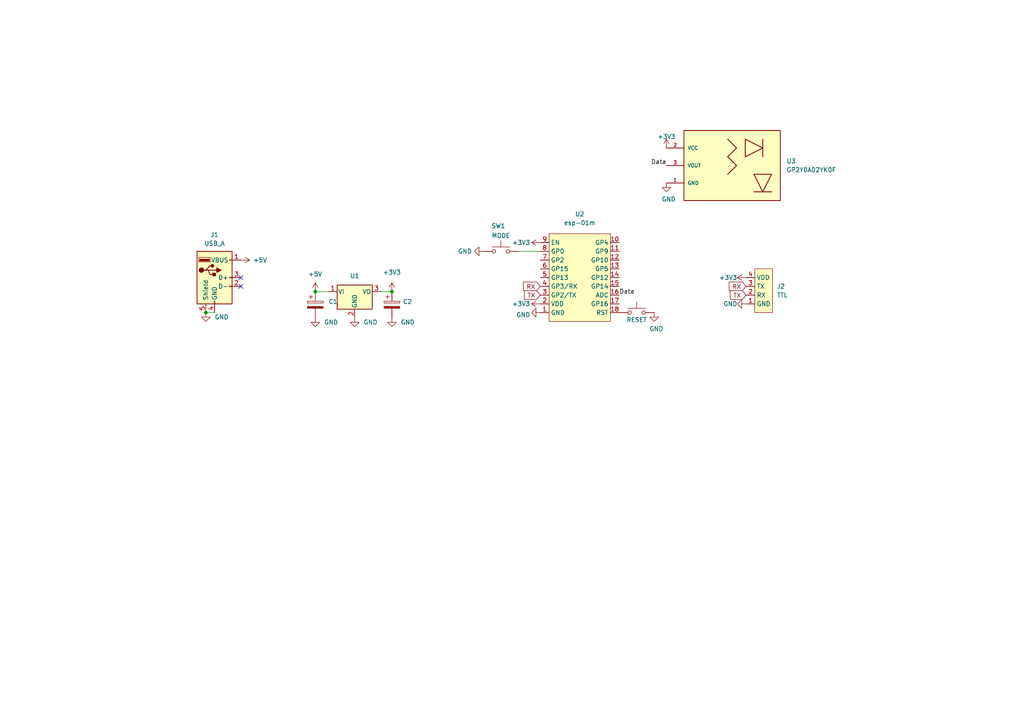
<source format=kicad_sch>
(kicad_sch (version 20211123) (generator eeschema)
  (paper "A4")
  (title_block (title "DeskPresence") (date "2023-12-29") (rev "1.0-beta") (company "Besmer Labs"))
  (lib_symbols
    (symbol "Connector:USB_A" (pin_names (offset 1.016))
      (property "Reference" "J" (at -5.08 11.43 0))
      (property "Value" "USB_A" (at -5.08 8.89 0))
      (symbol "USB_A_0_1"
        (rectangle (start -5.08 -7.62) (end 5.08 7.62) (stroke (width 0.254)) (fill (type background)))
        (circle (center -3.81 2.159) (radius 0.635) (stroke (width 0.254)) (fill (type outline)))
        (rectangle (start -1.524 4.826) (end -4.318 5.334) (fill (type outline)))
        (rectangle (start -1.27 4.572) (end -4.572 5.842))
        (circle (center -0.635 3.429) (radius 0.381) (stroke (width 0.254)) (fill (type outline)))
        (rectangle (start -0.127 -7.62) (end 0.127 -6.858))
        (polyline (pts (xy -3.175 2.159) (xy -2.54 2.159) (xy -1.27 3.429) (xy -0.635 3.429)) (stroke (width 0.254)))
        (polyline (pts (xy -2.54 2.159) (xy -1.905 2.159) (xy -1.27 0.889) (xy 0 0.889)) (stroke (width 0.254)))
        (polyline (pts (xy 0.635 2.794) (xy 0.635 1.524) (xy 1.905 2.159) (xy 0.635 2.794)) (stroke (width 0.254)) (fill (type outline)))
        (rectangle (start 0.254 1.27) (end -0.508 0.508) (stroke (width 0.254)) (fill (type outline)))
        (rectangle (start 5.08 -2.667) (end 4.318 -2.413))
        (rectangle (start 5.08 -0.127) (end 4.318 0.127))
        (rectangle (start 5.08 4.953) (end 4.318 5.207))
      )
      (symbol "USB_A_1_1"
        (polyline (pts (xy -1.905 2.159) (xy 0.635 2.159)) (stroke (width 0.254)))
        (pin power_in line (at 7.62 5.08 180) (length 2.54) (name "VBUS") (number "1"))
        (pin bidirectional line (at 7.62 -2.54 180) (length 2.54) (name "D-") (number "2"))
        (pin bidirectional line (at 7.62 0 180) (length 2.54) (name "D+") (number "3"))
        (pin power_in line (at 0 -10.16 90) (length 2.54) (name "GND") (number "4"))
        (pin passive line (at -2.54 -10.16 90) (length 2.54) (name "Shield") (number "5"))
      )
    )
    (symbol "Device:C_Polarized" (pin_numbers hide) (pin_names (offset 0.254))
      (property "Reference" "C" (at 0.635 2.54 0))
      (property "Value" "C_Polarized" (at 0.635 -2.54 0))
      (symbol "C_Polarized_0_1"
        (rectangle (start -2.286 0.508) (end 2.286 1.016))
        (polyline (pts (xy -1.778 2.286) (xy -0.762 2.286)))
        (polyline (pts (xy -1.27 2.794) (xy -1.27 1.778)))
        (rectangle (start 2.286 -0.508) (end -2.286 -1.016) (fill (type outline)))
      )
      (symbol "C_Polarized_1_1"
        (pin passive line (at 0 3.81 270) (length 2.794) (name "~") (number "1"))
        (pin passive line (at 0 -3.81 90) (length 2.794) (name "~") (number "2"))
      )
    )
    (symbol "GP2Y0A02YK0F:GP2Y0A02YK0F" (pin_names (offset 1.016))
      (property "Reference" "U" (at -12.7 0 0))
      (property "Value" "GP2Y0A02YK0F" (at -12.7 -2.54 0))
      (symbol "GP2Y0A02YK0F_0_0"
        (rectangle (start -12.7 2.54) (end 15.24 22.86) (stroke (width 0.254)) (fill (type background)))
        (polyline (pts (xy 0 15.24) (xy 2.54 12.7)) (stroke (width 0.254)))
        (polyline (pts (xy 0 20.32) (xy 2.54 17.78)) (stroke (width 0.254)))
        (polyline (pts (xy 2.54 12.7) (xy 0 10.16)) (stroke (width 0.254)))
        (polyline (pts (xy 2.54 17.78) (xy 0 15.24)) (stroke (width 0.254)))
        (polyline (pts (xy 5.08 15.24) (xy 10.16 17.78)) (stroke (width 0.254)))
        (polyline (pts (xy 5.08 20.32) (xy 5.08 15.24)) (stroke (width 0.254)))
        (polyline (pts (xy 7.62 5.08) (xy 12.7 5.08)) (stroke (width 0.254)))
        (polyline (pts (xy 7.62 10.16) (xy 10.16 5.08)) (stroke (width 0.254)))
        (polyline (pts (xy 10.16 5.08) (xy 12.7 10.16)) (stroke (width 0.254)))
        (polyline (pts (xy 10.16 17.78) (xy 5.08 20.32)) (stroke (width 0.254)))
        (polyline (pts (xy 10.16 20.32) (xy 10.16 15.24)) (stroke (width 0.254)))
        (polyline (pts (xy 12.7 10.16) (xy 7.62 10.16)) (stroke (width 0.254)))
        (pin bidirectional line (at -17.78 7.62 0) (length 5.08) (name "GND") (number "1"))
        (pin bidirectional line (at -17.78 17.78 0) (length 5.08) (name "VCC") (number "2"))
        (pin bidirectional line (at -17.78 12.7 0) (length 5.08) (name "VOUT") (number "3"))
      )
    )
    (symbol "Regulator_Linear:KA78M05_TO252" (pin_names (offset 0.254))
      (property "Reference" "U" (at -3.81 3.175 0))
      (property "Value" "KA78M05_TO252" (at 0 3.175 0))
      (symbol "KA78M05_TO252_0_1"
        (rectangle (start -5.08 1.905) (end 5.08 -5.08) (stroke (width 0.254)) (fill (type background)))
      )
      (symbol "KA78M05_TO252_1_1"
        (pin power_in line (at -7.62 0 0) (length 2.54) (name "VI") (number "1"))
        (pin power_in line (at 0 -7.62 90) (length 2.54) (name "GND") (number "2"))
        (pin power_out line (at 7.62 0 180) (length 2.54) (name "VO") (number "3"))
      )
    )
    (symbol "Switch:SW_Push" (pin_numbers hide) (pin_names (offset 1.016) hide)
      (property "Reference" "SW" (at 1.27 2.54 0))
      (property "Value" "SW_Push" (at 0 -1.524 0))
      (symbol "SW_Push_0_1"
        (circle (center -2.032 0) (radius 0.508))
        (polyline (pts (xy 0 1.27) (xy 0 3.048)))
        (polyline (pts (xy 2.54 1.27) (xy -2.54 1.27)))
        (circle (center 2.032 0) (radius 0.508))
        (pin passive line (at -5.08 0 0) (length 2.54) (name "1") (number "1"))
        (pin passive line (at 5.08 0 180) (length 2.54) (name "2") (number "2"))
      )
    )
    (symbol "esp-01m:esp-01m"
      (property "Reference" "U" (at 0.635 -13.335 0))
      (property "Value" "esp-01m" (at 0.635 14.605 0))
      (symbol "esp-01m_0_1"
        (rectangle (start -8.89 12.7) (end 8.89 -12.7) (fill (type background)))
      )
      (symbol "esp-01m_1_1"
        (pin power_in line (at -11.43 -10.16 0) (length 2.54) (name "GND") (number "1"))
        (pin tri_state line (at 11.43 10.16 180) (length 2.54) (name "GP4") (number "10"))
        (pin tri_state line (at 11.43 7.62 180) (length 2.54) (name "GP9") (number "11"))
        (pin tri_state line (at 11.43 5.08 180) (length 2.54) (name "GP10") (number "12"))
        (pin tri_state line (at 11.43 2.54 180) (length 2.54) (name "GP5") (number "13"))
        (pin tri_state line (at 11.43 0 180) (length 2.54) (name "GP12") (number "14"))
        (pin tri_state line (at 11.43 -2.54 180) (length 2.54) (name "GP14") (number "15"))
        (pin input line (at 11.43 -5.08 180) (length 2.54) (name "ADC") (number "16"))
        (pin tri_state line (at 11.43 -7.62 180) (length 2.54) (name "GP16") (number "17"))
        (pin input line (at 11.43 -10.16 180) (length 2.54) (name "RST") (number "18"))
        (pin power_in line (at -11.43 -7.62 0) (length 2.54) (name "VDD") (number "2"))
        (pin tri_state line (at -11.43 -5.08 0) (length 2.54) (name "GP2/TX") (number "3"))
        (pin tri_state line (at -11.43 -2.54 0) (length 2.54) (name "GP3/RX") (number "4"))
        (pin tri_state line (at -11.43 0 0) (length 2.54) (name "GP13") (number "5"))
        (pin tri_state line (at -11.43 2.54 0) (length 2.54) (name "GP15") (number "6"))
        (pin tri_state line (at -11.43 5.08 0) (length 2.54) (name "GP2") (number "7"))
        (pin tri_state line (at -11.43 7.62 0) (length 2.54) (name "GP0") (number "8"))
        (pin input line (at -11.43 10.16 0) (length 2.54) (name "EN") (number "9"))
      )
    )
    (symbol "ftdi-connector:TTL"
      (property "Reference" "U" (at -6.1468 2.3368 0))
      (property "Value" "TTL" (at 2.54 7.62 0))
      (symbol "TTL_0_1"
        (rectangle (start 0 5.08) (end 5.08 -7.62) (fill (type background)))
      )
      (symbol "TTL_1_1"
        (pin power_in line (at -2.54 -5.08 0) (length 2.54) (name "GND") (number "1"))
        (pin input line (at -2.54 -2.54 0) (length 2.54) (name "RX") (number "2"))
        (pin output line (at -2.54 0 0) (length 2.54) (name "TX") (number "3"))
        (pin power_in line (at -2.54 2.54 0) (length 2.54) (name "VDD") (number "4"))
      )
    )
    (symbol "power:+3V3" (power) (pin_names (offset 0))
      (property "Value" "+3V3" (at 0 3.556 0))
      (symbol "+3V3_0_1"
        (polyline (pts (xy -0.762 1.27) (xy 0 2.54)))
        (polyline (pts (xy 0 0) (xy 0 2.54)))
        (polyline (pts (xy 0 2.54) (xy 0.762 1.27)))
      )
      (symbol "+3V3_1_1"
        (pin power_in line (at 0 0 90) (length 0) hide (name "+3V3") (number "1"))
      )
    )
    (symbol "power:+5V" (power) (pin_names (offset 0))
      (property "Value" "+5V" (at 0 3.556 0))
      (symbol "+5V_0_1"
        (polyline (pts (xy -0.762 1.27) (xy 0 2.54)))
        (polyline (pts (xy 0 0) (xy 0 2.54)))
        (polyline (pts (xy 0 2.54) (xy 0.762 1.27)))
      )
      (symbol "+5V_1_1"
        (pin power_in line (at 0 0 90) (length 0) hide (name "+5V") (number "1"))
      )
    )
    (symbol "power:GND" (power) (pin_names (offset 0))
      (property "Value" "GND" (at 0 -3.81 0))
      (symbol "GND_0_1"
        (polyline (pts (xy 0 0) (xy 0 -1.27) (xy 1.27 -1.27) (xy 0 -2.54) (xy -1.27 -1.27) (xy 0 -1.27)))
      )
      (symbol "GND_1_1"
        (pin power_in line (at 0 0 270) (length 0) hide (name "GND") (number "1"))
      )
    )
  )
  (junction (at 59.69 90.678))
  (junction (at 113.665 84.582))
  (junction (at 91.44 84.582))
  (no_connect (at 69.85 83.058))
  (no_connect (at 69.85 80.518))
  (wire (pts (xy 150.368 72.898) (xy 156.718 72.898)))
  (wire (pts (xy 59.69 90.678) (xy 62.23 90.678)))
  (wire (pts (xy 91.44 84.582) (xy 95.25 84.582)))
  (wire (pts (xy 110.49 84.582) (xy 113.665 84.582)))
  (label "Data" (at 193.294 48.006 180))
  (label "Data" (at 179.578 85.598 0))
  (global_label "RX" (shape input) (at 216.408 83.058 180) (property "Intersheet References" "${INTERSHEET_REFS}" (effects hide)))
  (global_label "TX" (shape input) (at 216.408 85.598 180) (property "Intersheet References" "${INTERSHEET_REFS}" (effects hide)))
  (global_label "RX" (shape input) (at 156.718 83.058 180) (property "Intersheet References" "${INTERSHEET_REFS}" (effects hide)))
  (global_label "TX" (shape input) (at 156.718 85.598 180) (property "Intersheet References" "${INTERSHEET_REFS}" (effects hide)))
  (symbol (lib_id "power:GND") (at 216.408 88.138 270) (unit 1)
    (property "Reference" "#PWR0105" (effects hide))
    (property "Value" "GND" (at 211.836 88.138 90))
  )
  (symbol (lib_id "Regulator_Linear:KA78M05_TO252") (at 102.87 84.582 0) (unit 1)
    (property "Reference" "U1" (at 102.87 80.01 0))
    (property "Value" "UA78M33_TO252" (effects hide))
    (property "Footprint" "Package_TO_SOT_SMD:TO-252-2" (effects hide))
    (property "Datasheet" "https://www.onsemi.com/pub/Collateral/MC78M00-D.PDF" (effects hide))
  )
  (symbol (lib_id "power:GND") (at 156.718 90.678 270) (unit 1)
    (property "Reference" "#PWR0107" (effects hide))
    (property "Value" "GND" (at 149.733 91.313 90) (effects (justify left)))
  )
  (symbol (lib_id "ftdi-connector:TTL") (at 218.948 83.058 0) (unit 1)
    (property "Reference" "J2" (at 225.298 83.0579 0) (effects (justify left)))
    (property "Value" "TTL" (at 225.298 85.5979 0) (effects (justify left)))
    (property "Footprint" "Connector_PinHeader_2.54mm:PinHeader_1x04_P2.54mm_Vertical" (effects hide))
  )
  (symbol (lib_id "power:GND") (at 91.44 92.202 0) (unit 1)
    (property "Reference" "#PWR0112" (effects hide))
    (property "Value" "GND" (at 93.98 93.4719 0) (effects (justify left)))
  )
  (symbol (lib_id "power:+5V") (at 69.85 75.438 270) (unit 1)
    (property "Reference" "#PWR0111" (effects hide))
    (property "Value" "+5V" (at 73.406 75.4379 90) (effects (justify left)))
  )
  (symbol (lib_id "power:GND") (at 189.738 90.678 0) (unit 1)
    (property "Reference" "#PWR0103" (effects hide))
    (property "Value" "GND" (at 188.341 95.377 0) (effects (justify left)))
  )
  (symbol (lib_id "Connector:USB_A") (at 62.23 80.518 0) (unit 1)
    (property "Reference" "J1" (at 62.23 68.072 0))
    (property "Value" "USB_A" (at 62.23 70.612 0))
    (property "Footprint" "usb-a-pcb:usb-a-pcb" (effects hide))
    (property "Datasheet" " ~" (effects hide))
  )
  (symbol (lib_id "power:+3V3") (at 156.718 70.358 90) (unit 1)
    (property "Reference" "#PWR0101" (effects hide))
    (property "Value" "+3V3" (at 151.13 70.358 90))
  )
  (symbol (lib_id "power:GND") (at 193.294 53.086 0) (unit 1)
    (property "Reference" "#PWR0115" (effects hide))
    (property "Value" "GND" (at 191.897 57.785 0) (effects (justify left)))
  )
  (symbol (lib_id "GP2Y0A02YK0F:GP2Y0A02YK0F") (at 211.074 60.706 0) (unit 1)
    (property "Reference" "U3" (at 228.092 46.7359 0) (effects (justify left)))
    (property "Value" "GP2Y0A02YK0F" (at 228.092 49.2759 0) (effects (justify left)))
    (property "Footprint" "GP2Y0A02YK0F:GP2Y0A02YK0F" (effects hide))
    (property "Datasheet" "https://www.sparkfun.com/datasheets/Sensors/Infrared/gp2y0a02yk_e.pdf" (effects hide))
    (property "MF" "SHARP/Socle Technology" (effects hide))
    (property "Description" "Optical Sensor 20 ~ 150cm Analog Output" (effects hide))
  )
  (symbol (lib_id "power:GND") (at 102.87 92.202 0) (unit 1)
    (property "Reference" "#PWR0113" (effects hide))
    (property "Value" "GND" (at 105.41 93.4719 0) (effects (justify left)))
  )
  (symbol (lib_id "power:+3V3") (at 216.408 80.518 90) (unit 1)
    (property "Reference" "#PWR0104" (effects hide))
    (property "Value" "+3V3" (at 208.534 80.518 90) (effects (justify right)))
  )
  (symbol (lib_id "power:+3V3") (at 156.718 88.138 90) (unit 1)
    (property "Reference" "#PWR0106" (effects hide))
    (property "Value" "+3V3" (at 151.13 88.138 90))
  )
  (symbol (lib_id "Device:C_Polarized") (at 113.665 88.392 0) (unit 1)
    (property "Reference" "C2" (at 116.84 87.5029 0) (effects (justify left)))
    (property "Value" "C_Polarized" (effects hide))
    (property "Footprint" "Capacitor_THT:CP_Radial_D6.3mm_P2.50mm" (effects hide))
  )
  (symbol (lib_id "power:GND") (at 140.208 72.898 270) (mirror x) (unit 1)
    (property "Reference" "#PWR0102" (effects hide))
    (property "Value" "GND" (at 136.906 72.8979 90) (effects (justify right)))
  )
  (symbol (lib_id "power:+3V3") (at 193.294 42.926 0) (unit 1)
    (property "Reference" "#PWR0116" (effects hide))
    (property "Value" "+3V3" (at 193.294 39.624 0))
  )
  (symbol (lib_id "power:GND") (at 59.69 90.678 0) (unit 1)
    (property "Reference" "#PWR0108" (effects hide))
    (property "Value" "GND" (at 62.23 91.9479 0) (effects (justify left)))
  )
  (symbol (lib_id "esp-01m:esp-01m") (at 168.148 80.518 0) (unit 1)
    (property "Reference" "U2" (at 168.148 62.103 0))
    (property "Value" "esp-01m" (at 168.148 64.643 0))
    (property "Footprint" "esp-01m:esp-01m" (effects hide))
    (property "Datasheet" "https://docs.ai-thinker.com/_media/esp8266/docs/esp-01m_product_specification_en.pdf" (effects hide))
  )
  (symbol (lib_id "power:+3V3") (at 113.665 84.582 0) (unit 1)
    (property "Reference" "#PWR0109" (effects hide))
    (property "Value" "+3V3" (at 113.665 78.994 0))
  )
  (symbol (lib_id "power:+5V") (at 91.44 84.582 0) (unit 1)
    (property "Reference" "#PWR0114" (effects hide))
    (property "Value" "+5V" (at 91.44 79.502 0))
  )
  (symbol (lib_id "Switch:SW_Push") (at 184.658 90.678 0) (unit 1)
    (property "Reference" "SW2" (effects hide))
    (property "Value" "RESET" (at 184.658 92.7608 0))
    (property "Footprint" "Connector_PinHeader_2.54mm:PinHeader_1x03_P2.54mm_Vertical" (effects hide))
  )
  (symbol (lib_id "power:GND") (at 113.665 92.202 0) (unit 1)
    (property "Reference" "#PWR0110" (effects hide))
    (property "Value" "GND" (at 116.205 93.4719 0) (effects (justify left)))
  )
  (symbol (lib_id "Device:C_Polarized") (at 91.44 88.392 0) (unit 1)
    (property "Reference" "C1" (at 95.25 87.5029 0) (effects (justify left)))
    (property "Value" "C_Polarized" (effects hide))
    (property "Footprint" "Capacitor_THT:CP_Radial_D6.3mm_P2.50mm" (effects hide))
  )
  (symbol (lib_id "Switch:SW_Push") (at 145.288 72.898 0) (mirror y) (unit 1)
    (property "Reference" "SW1" (at 144.526 65.532 0))
    (property "Value" "MODE" (at 145.288 68.326 0))
    (property "Footprint" "Connector_PinHeader_2.54mm:PinHeader_1x03_P2.54mm_Vertical" (effects hide))
  )
)
</source>
